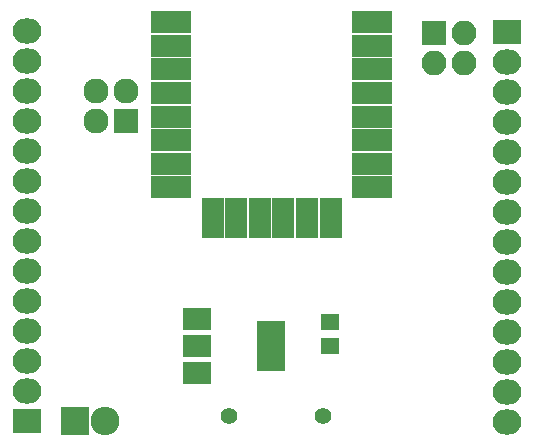
<source format=gbr>
G04 #@! TF.FileFunction,Soldermask,Top*
%FSLAX46Y46*%
G04 Gerber Fmt 4.6, Leading zero omitted, Abs format (unit mm)*
G04 Created by KiCad (PCBNEW 4.0.7+dfsg1-1) date Tue Feb 27 20:30:27 2018*
%MOMM*%
%LPD*%
G01*
G04 APERTURE LIST*
%ADD10C,0.100000*%
%ADD11R,2.432000X2.127200*%
%ADD12O,2.432000X2.127200*%
%ADD13C,1.400000*%
%ADD14R,1.650000X1.400000*%
%ADD15R,2.432000X2.432000*%
%ADD16O,2.432000X2.432000*%
%ADD17R,2.127200X2.127200*%
%ADD18O,2.127200X2.127200*%
%ADD19R,2.400000X4.200000*%
%ADD20R,2.400000X1.900000*%
%ADD21R,3.400000X1.900000*%
%ADD22R,1.900000X3.400000*%
%ADD23R,2.100000X2.100000*%
%ADD24O,2.100000X2.100000*%
G04 APERTURE END LIST*
D10*
D11*
X176530000Y-105000000D03*
D12*
X176530000Y-107540000D03*
X176530000Y-110080000D03*
X176530000Y-112620000D03*
X176530000Y-115160000D03*
X176530000Y-117700000D03*
X176530000Y-120240000D03*
X176530000Y-122780000D03*
X176530000Y-125320000D03*
X176530000Y-127860000D03*
X176530000Y-130400000D03*
X176530000Y-132940000D03*
X176530000Y-135480000D03*
X176530000Y-138020000D03*
D11*
X135890000Y-137940000D03*
D12*
X135890000Y-135400000D03*
X135890000Y-132860000D03*
X135890000Y-130320000D03*
X135890000Y-127780000D03*
X135890000Y-125240000D03*
X135890000Y-122700000D03*
X135890000Y-120160000D03*
X135890000Y-117620000D03*
X135890000Y-115080000D03*
X135890000Y-112540000D03*
X135890000Y-110000000D03*
X135890000Y-107460000D03*
X135890000Y-104920000D03*
D13*
X160980000Y-137500000D03*
X153000000Y-137500000D03*
D14*
X161544000Y-131572000D03*
X161544000Y-129572000D03*
D15*
X139954000Y-137922000D03*
D16*
X142494000Y-137922000D03*
D17*
X144272000Y-112522000D03*
D18*
X141732000Y-112522000D03*
X144272000Y-109982000D03*
X141732000Y-109982000D03*
D19*
X156566000Y-131572000D03*
D20*
X150266000Y-131572000D03*
X150266000Y-133872000D03*
X150266000Y-129272000D03*
D21*
X148090000Y-104140000D03*
X148090000Y-106140000D03*
X148090000Y-108140000D03*
X148090000Y-110140000D03*
X148090000Y-112140000D03*
X148090000Y-114140000D03*
X148090000Y-116140000D03*
X148090000Y-118140000D03*
D22*
X151590000Y-120740000D03*
X153590000Y-120740000D03*
X155590000Y-120740000D03*
X157590000Y-120740000D03*
X159590000Y-120740000D03*
X161590000Y-120740000D03*
D21*
X165090000Y-118140000D03*
X165090000Y-116140000D03*
X165090000Y-114140000D03*
X165090000Y-112140000D03*
X165090000Y-110140000D03*
X165090000Y-108140000D03*
X165090000Y-106140000D03*
X165090000Y-104140000D03*
D23*
X170370500Y-105029000D03*
D24*
X172910500Y-105029000D03*
X170370500Y-107569000D03*
X172910500Y-107569000D03*
M02*

</source>
